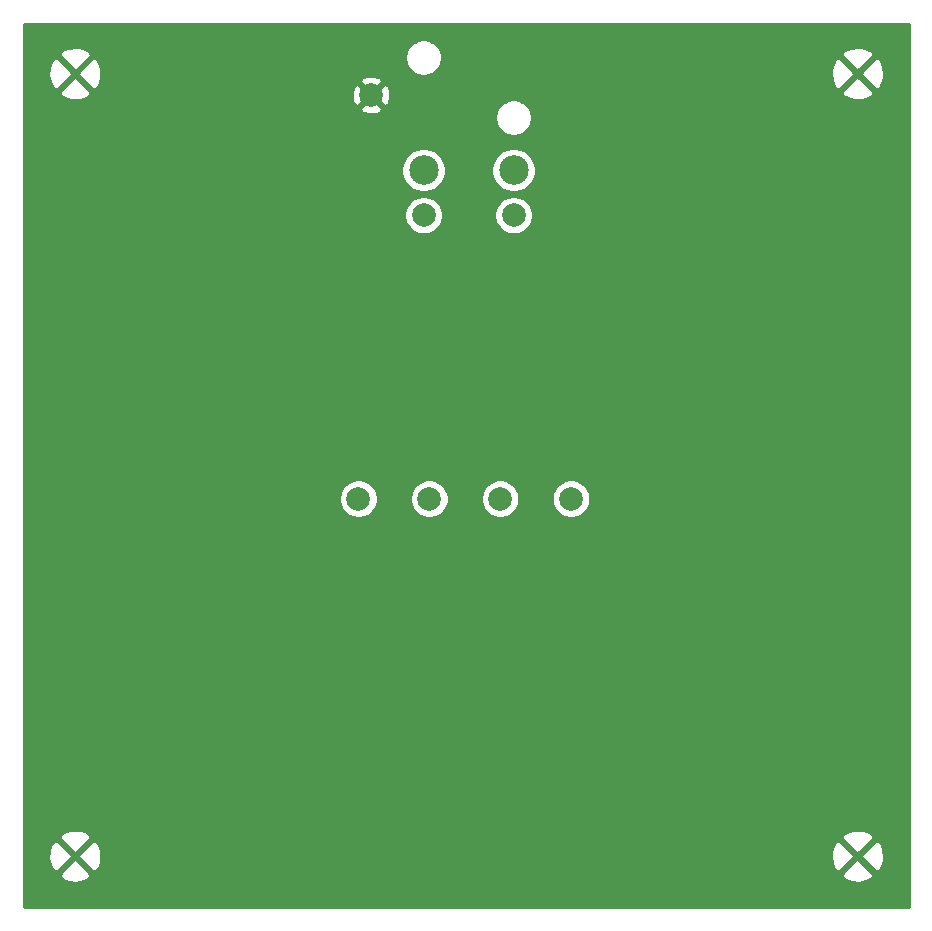
<source format=gbr>
%TF.GenerationSoftware,KiCad,Pcbnew,(5.1.9)-1*%
%TF.CreationDate,2022-02-10T16:59:52-07:00*%
%TF.ProjectId,Stepper_to_XLR4,53746570-7065-4725-9f74-6f5f584c5234,rev?*%
%TF.SameCoordinates,Original*%
%TF.FileFunction,Copper,L2,Bot*%
%TF.FilePolarity,Positive*%
%FSLAX46Y46*%
G04 Gerber Fmt 4.6, Leading zero omitted, Abs format (unit mm)*
G04 Created by KiCad (PCBNEW (5.1.9)-1) date 2022-02-10 16:59:52*
%MOMM*%
%LPD*%
G01*
G04 APERTURE LIST*
%TA.AperFunction,ComponentPad*%
%ADD10C,2.000000*%
%TD*%
%TA.AperFunction,ComponentPad*%
%ADD11C,2.500000*%
%TD*%
%TA.AperFunction,Conductor*%
%ADD12C,0.254000*%
%TD*%
%TA.AperFunction,Conductor*%
%ADD13C,0.100000*%
%TD*%
G04 APERTURE END LIST*
D10*
%TO.P,J1,4*%
%TO.N,Net-(J1-Pad4)*%
X47000000Y-41000000D03*
%TO.P,J1,3*%
%TO.N,Net-(J1-Pad3)*%
X41000000Y-41000000D03*
%TO.P,J1,2*%
%TO.N,Net-(J1-Pad2)*%
X35000000Y-41000000D03*
%TO.P,J1,1*%
%TO.N,Net-(J1-Pad1)*%
X29000000Y-41000000D03*
%TD*%
%TO.P,PS1,5*%
%TO.N,GND*%
X30070000Y-6815000D03*
%TO.P,PS1,4*%
%TO.N,Net-(J1-Pad4)*%
X42130000Y-16985000D03*
D11*
%TO.P,PS1,3*%
%TO.N,Net-(J1-Pad3)*%
X42130000Y-13170000D03*
%TO.P,PS1,2*%
%TO.N,Net-(J1-Pad2)*%
X34510000Y-13170000D03*
D10*
%TO.P,PS1,1*%
%TO.N,Net-(J1-Pad1)*%
X34510000Y-16985000D03*
%TD*%
D12*
%TO.N,GND*%
X75590000Y-75590000D02*
X660000Y-75590000D01*
X660000Y-72812845D01*
X3616761Y-72812845D01*
X3784802Y-73138643D01*
X4176607Y-73339426D01*
X4600055Y-73459914D01*
X5038873Y-73495476D01*
X5476197Y-73444746D01*
X5895221Y-73309674D01*
X6215198Y-73138643D01*
X6383239Y-72812845D01*
X69866761Y-72812845D01*
X70034802Y-73138643D01*
X70426607Y-73339426D01*
X70850055Y-73459914D01*
X71288873Y-73495476D01*
X71726197Y-73444746D01*
X72145221Y-73309674D01*
X72465198Y-73138643D01*
X72633239Y-72812845D01*
X71250000Y-71429605D01*
X69866761Y-72812845D01*
X6383239Y-72812845D01*
X5000000Y-71429605D01*
X3616761Y-72812845D01*
X660000Y-72812845D01*
X660000Y-71288873D01*
X2754524Y-71288873D01*
X2805254Y-71726197D01*
X2940326Y-72145221D01*
X3111357Y-72465198D01*
X3437155Y-72633239D01*
X4820395Y-71250000D01*
X5179605Y-71250000D01*
X6562845Y-72633239D01*
X6888643Y-72465198D01*
X7089426Y-72073393D01*
X7209914Y-71649945D01*
X7239175Y-71288873D01*
X69004524Y-71288873D01*
X69055254Y-71726197D01*
X69190326Y-72145221D01*
X69361357Y-72465198D01*
X69687155Y-72633239D01*
X71070395Y-71250000D01*
X71429605Y-71250000D01*
X72812845Y-72633239D01*
X73138643Y-72465198D01*
X73339426Y-72073393D01*
X73459914Y-71649945D01*
X73495476Y-71211127D01*
X73444746Y-70773803D01*
X73309674Y-70354779D01*
X73138643Y-70034802D01*
X72812845Y-69866761D01*
X71429605Y-71250000D01*
X71070395Y-71250000D01*
X69687155Y-69866761D01*
X69361357Y-70034802D01*
X69160574Y-70426607D01*
X69040086Y-70850055D01*
X69004524Y-71288873D01*
X7239175Y-71288873D01*
X7245476Y-71211127D01*
X7194746Y-70773803D01*
X7059674Y-70354779D01*
X6888643Y-70034802D01*
X6562845Y-69866761D01*
X5179605Y-71250000D01*
X4820395Y-71250000D01*
X3437155Y-69866761D01*
X3111357Y-70034802D01*
X2910574Y-70426607D01*
X2790086Y-70850055D01*
X2754524Y-71288873D01*
X660000Y-71288873D01*
X660000Y-69687155D01*
X3616761Y-69687155D01*
X5000000Y-71070395D01*
X6383239Y-69687155D01*
X69866761Y-69687155D01*
X71250000Y-71070395D01*
X72633239Y-69687155D01*
X72465198Y-69361357D01*
X72073393Y-69160574D01*
X71649945Y-69040086D01*
X71211127Y-69004524D01*
X70773803Y-69055254D01*
X70354779Y-69190326D01*
X70034802Y-69361357D01*
X69866761Y-69687155D01*
X6383239Y-69687155D01*
X6215198Y-69361357D01*
X5823393Y-69160574D01*
X5399945Y-69040086D01*
X4961127Y-69004524D01*
X4523803Y-69055254D01*
X4104779Y-69190326D01*
X3784802Y-69361357D01*
X3616761Y-69687155D01*
X660000Y-69687155D01*
X660000Y-40838967D01*
X27365000Y-40838967D01*
X27365000Y-41161033D01*
X27427832Y-41476912D01*
X27551082Y-41774463D01*
X27730013Y-42042252D01*
X27957748Y-42269987D01*
X28225537Y-42448918D01*
X28523088Y-42572168D01*
X28838967Y-42635000D01*
X29161033Y-42635000D01*
X29476912Y-42572168D01*
X29774463Y-42448918D01*
X30042252Y-42269987D01*
X30269987Y-42042252D01*
X30448918Y-41774463D01*
X30572168Y-41476912D01*
X30635000Y-41161033D01*
X30635000Y-40838967D01*
X33365000Y-40838967D01*
X33365000Y-41161033D01*
X33427832Y-41476912D01*
X33551082Y-41774463D01*
X33730013Y-42042252D01*
X33957748Y-42269987D01*
X34225537Y-42448918D01*
X34523088Y-42572168D01*
X34838967Y-42635000D01*
X35161033Y-42635000D01*
X35476912Y-42572168D01*
X35774463Y-42448918D01*
X36042252Y-42269987D01*
X36269987Y-42042252D01*
X36448918Y-41774463D01*
X36572168Y-41476912D01*
X36635000Y-41161033D01*
X36635000Y-40838967D01*
X39365000Y-40838967D01*
X39365000Y-41161033D01*
X39427832Y-41476912D01*
X39551082Y-41774463D01*
X39730013Y-42042252D01*
X39957748Y-42269987D01*
X40225537Y-42448918D01*
X40523088Y-42572168D01*
X40838967Y-42635000D01*
X41161033Y-42635000D01*
X41476912Y-42572168D01*
X41774463Y-42448918D01*
X42042252Y-42269987D01*
X42269987Y-42042252D01*
X42448918Y-41774463D01*
X42572168Y-41476912D01*
X42635000Y-41161033D01*
X42635000Y-40838967D01*
X45365000Y-40838967D01*
X45365000Y-41161033D01*
X45427832Y-41476912D01*
X45551082Y-41774463D01*
X45730013Y-42042252D01*
X45957748Y-42269987D01*
X46225537Y-42448918D01*
X46523088Y-42572168D01*
X46838967Y-42635000D01*
X47161033Y-42635000D01*
X47476912Y-42572168D01*
X47774463Y-42448918D01*
X48042252Y-42269987D01*
X48269987Y-42042252D01*
X48448918Y-41774463D01*
X48572168Y-41476912D01*
X48635000Y-41161033D01*
X48635000Y-40838967D01*
X48572168Y-40523088D01*
X48448918Y-40225537D01*
X48269987Y-39957748D01*
X48042252Y-39730013D01*
X47774463Y-39551082D01*
X47476912Y-39427832D01*
X47161033Y-39365000D01*
X46838967Y-39365000D01*
X46523088Y-39427832D01*
X46225537Y-39551082D01*
X45957748Y-39730013D01*
X45730013Y-39957748D01*
X45551082Y-40225537D01*
X45427832Y-40523088D01*
X45365000Y-40838967D01*
X42635000Y-40838967D01*
X42572168Y-40523088D01*
X42448918Y-40225537D01*
X42269987Y-39957748D01*
X42042252Y-39730013D01*
X41774463Y-39551082D01*
X41476912Y-39427832D01*
X41161033Y-39365000D01*
X40838967Y-39365000D01*
X40523088Y-39427832D01*
X40225537Y-39551082D01*
X39957748Y-39730013D01*
X39730013Y-39957748D01*
X39551082Y-40225537D01*
X39427832Y-40523088D01*
X39365000Y-40838967D01*
X36635000Y-40838967D01*
X36572168Y-40523088D01*
X36448918Y-40225537D01*
X36269987Y-39957748D01*
X36042252Y-39730013D01*
X35774463Y-39551082D01*
X35476912Y-39427832D01*
X35161033Y-39365000D01*
X34838967Y-39365000D01*
X34523088Y-39427832D01*
X34225537Y-39551082D01*
X33957748Y-39730013D01*
X33730013Y-39957748D01*
X33551082Y-40225537D01*
X33427832Y-40523088D01*
X33365000Y-40838967D01*
X30635000Y-40838967D01*
X30572168Y-40523088D01*
X30448918Y-40225537D01*
X30269987Y-39957748D01*
X30042252Y-39730013D01*
X29774463Y-39551082D01*
X29476912Y-39427832D01*
X29161033Y-39365000D01*
X28838967Y-39365000D01*
X28523088Y-39427832D01*
X28225537Y-39551082D01*
X27957748Y-39730013D01*
X27730013Y-39957748D01*
X27551082Y-40225537D01*
X27427832Y-40523088D01*
X27365000Y-40838967D01*
X660000Y-40838967D01*
X660000Y-16823967D01*
X32875000Y-16823967D01*
X32875000Y-17146033D01*
X32937832Y-17461912D01*
X33061082Y-17759463D01*
X33240013Y-18027252D01*
X33467748Y-18254987D01*
X33735537Y-18433918D01*
X34033088Y-18557168D01*
X34348967Y-18620000D01*
X34671033Y-18620000D01*
X34986912Y-18557168D01*
X35284463Y-18433918D01*
X35552252Y-18254987D01*
X35779987Y-18027252D01*
X35958918Y-17759463D01*
X36082168Y-17461912D01*
X36145000Y-17146033D01*
X36145000Y-16823967D01*
X40495000Y-16823967D01*
X40495000Y-17146033D01*
X40557832Y-17461912D01*
X40681082Y-17759463D01*
X40860013Y-18027252D01*
X41087748Y-18254987D01*
X41355537Y-18433918D01*
X41653088Y-18557168D01*
X41968967Y-18620000D01*
X42291033Y-18620000D01*
X42606912Y-18557168D01*
X42904463Y-18433918D01*
X43172252Y-18254987D01*
X43399987Y-18027252D01*
X43578918Y-17759463D01*
X43702168Y-17461912D01*
X43765000Y-17146033D01*
X43765000Y-16823967D01*
X43702168Y-16508088D01*
X43578918Y-16210537D01*
X43399987Y-15942748D01*
X43172252Y-15715013D01*
X42904463Y-15536082D01*
X42606912Y-15412832D01*
X42291033Y-15350000D01*
X41968967Y-15350000D01*
X41653088Y-15412832D01*
X41355537Y-15536082D01*
X41087748Y-15715013D01*
X40860013Y-15942748D01*
X40681082Y-16210537D01*
X40557832Y-16508088D01*
X40495000Y-16823967D01*
X36145000Y-16823967D01*
X36082168Y-16508088D01*
X35958918Y-16210537D01*
X35779987Y-15942748D01*
X35552252Y-15715013D01*
X35284463Y-15536082D01*
X34986912Y-15412832D01*
X34671033Y-15350000D01*
X34348967Y-15350000D01*
X34033088Y-15412832D01*
X33735537Y-15536082D01*
X33467748Y-15715013D01*
X33240013Y-15942748D01*
X33061082Y-16210537D01*
X32937832Y-16508088D01*
X32875000Y-16823967D01*
X660000Y-16823967D01*
X660000Y-12984344D01*
X32625000Y-12984344D01*
X32625000Y-13355656D01*
X32697439Y-13719834D01*
X32839534Y-14062882D01*
X33045825Y-14371618D01*
X33308382Y-14634175D01*
X33617118Y-14840466D01*
X33960166Y-14982561D01*
X34324344Y-15055000D01*
X34695656Y-15055000D01*
X35059834Y-14982561D01*
X35402882Y-14840466D01*
X35711618Y-14634175D01*
X35974175Y-14371618D01*
X36180466Y-14062882D01*
X36322561Y-13719834D01*
X36395000Y-13355656D01*
X36395000Y-12984344D01*
X40245000Y-12984344D01*
X40245000Y-13355656D01*
X40317439Y-13719834D01*
X40459534Y-14062882D01*
X40665825Y-14371618D01*
X40928382Y-14634175D01*
X41237118Y-14840466D01*
X41580166Y-14982561D01*
X41944344Y-15055000D01*
X42315656Y-15055000D01*
X42679834Y-14982561D01*
X43022882Y-14840466D01*
X43331618Y-14634175D01*
X43594175Y-14371618D01*
X43800466Y-14062882D01*
X43942561Y-13719834D01*
X44015000Y-13355656D01*
X44015000Y-12984344D01*
X43942561Y-12620166D01*
X43800466Y-12277118D01*
X43594175Y-11968382D01*
X43331618Y-11705825D01*
X43022882Y-11499534D01*
X42679834Y-11357439D01*
X42315656Y-11285000D01*
X41944344Y-11285000D01*
X41580166Y-11357439D01*
X41237118Y-11499534D01*
X40928382Y-11705825D01*
X40665825Y-11968382D01*
X40459534Y-12277118D01*
X40317439Y-12620166D01*
X40245000Y-12984344D01*
X36395000Y-12984344D01*
X36322561Y-12620166D01*
X36180466Y-12277118D01*
X35974175Y-11968382D01*
X35711618Y-11705825D01*
X35402882Y-11499534D01*
X35059834Y-11357439D01*
X34695656Y-11285000D01*
X34324344Y-11285000D01*
X33960166Y-11357439D01*
X33617118Y-11499534D01*
X33308382Y-11705825D01*
X33045825Y-11968382D01*
X32839534Y-12277118D01*
X32697439Y-12620166D01*
X32625000Y-12984344D01*
X660000Y-12984344D01*
X660000Y-8573816D01*
X40595000Y-8573816D01*
X40595000Y-8876184D01*
X40653989Y-9172743D01*
X40769701Y-9452095D01*
X40937688Y-9703505D01*
X41151495Y-9917312D01*
X41402905Y-10085299D01*
X41682257Y-10201011D01*
X41978816Y-10260000D01*
X42281184Y-10260000D01*
X42577743Y-10201011D01*
X42857095Y-10085299D01*
X43108505Y-9917312D01*
X43322312Y-9703505D01*
X43490299Y-9452095D01*
X43606011Y-9172743D01*
X43665000Y-8876184D01*
X43665000Y-8573816D01*
X43606011Y-8277257D01*
X43490299Y-7997905D01*
X43322312Y-7746495D01*
X43108505Y-7532688D01*
X42857095Y-7364701D01*
X42577743Y-7248989D01*
X42281184Y-7190000D01*
X41978816Y-7190000D01*
X41682257Y-7248989D01*
X41402905Y-7364701D01*
X41151495Y-7532688D01*
X40937688Y-7746495D01*
X40769701Y-7997905D01*
X40653989Y-8277257D01*
X40595000Y-8573816D01*
X660000Y-8573816D01*
X660000Y-7950413D01*
X29114192Y-7950413D01*
X29209956Y-8214814D01*
X29499571Y-8355704D01*
X29811108Y-8437384D01*
X30132595Y-8456718D01*
X30451675Y-8412961D01*
X30756088Y-8307795D01*
X30930044Y-8214814D01*
X31025808Y-7950413D01*
X30070000Y-6994605D01*
X29114192Y-7950413D01*
X660000Y-7950413D01*
X660000Y-6562845D01*
X3616761Y-6562845D01*
X3784802Y-6888643D01*
X4176607Y-7089426D01*
X4600055Y-7209914D01*
X5038873Y-7245476D01*
X5476197Y-7194746D01*
X5895221Y-7059674D01*
X6215198Y-6888643D01*
X6220896Y-6877595D01*
X28428282Y-6877595D01*
X28472039Y-7196675D01*
X28577205Y-7501088D01*
X28670186Y-7675044D01*
X28934587Y-7770808D01*
X29890395Y-6815000D01*
X30249605Y-6815000D01*
X31205413Y-7770808D01*
X31469814Y-7675044D01*
X31610704Y-7385429D01*
X31692384Y-7073892D01*
X31711718Y-6752405D01*
X31685723Y-6562845D01*
X69866761Y-6562845D01*
X70034802Y-6888643D01*
X70426607Y-7089426D01*
X70850055Y-7209914D01*
X71288873Y-7245476D01*
X71726197Y-7194746D01*
X72145221Y-7059674D01*
X72465198Y-6888643D01*
X72633239Y-6562845D01*
X71250000Y-5179605D01*
X69866761Y-6562845D01*
X31685723Y-6562845D01*
X31667961Y-6433325D01*
X31562795Y-6128912D01*
X31469814Y-5954956D01*
X31205413Y-5859192D01*
X30249605Y-6815000D01*
X29890395Y-6815000D01*
X28934587Y-5859192D01*
X28670186Y-5954956D01*
X28529296Y-6244571D01*
X28447616Y-6556108D01*
X28428282Y-6877595D01*
X6220896Y-6877595D01*
X6383239Y-6562845D01*
X5000000Y-5179605D01*
X3616761Y-6562845D01*
X660000Y-6562845D01*
X660000Y-5038873D01*
X2754524Y-5038873D01*
X2805254Y-5476197D01*
X2940326Y-5895221D01*
X3111357Y-6215198D01*
X3437155Y-6383239D01*
X4820395Y-5000000D01*
X5179605Y-5000000D01*
X6562845Y-6383239D01*
X6888643Y-6215198D01*
X7089426Y-5823393D01*
X7130344Y-5679587D01*
X29114192Y-5679587D01*
X30070000Y-6635395D01*
X31025808Y-5679587D01*
X30930044Y-5415186D01*
X30640429Y-5274296D01*
X30328892Y-5192616D01*
X30007405Y-5173282D01*
X29688325Y-5217039D01*
X29383912Y-5322205D01*
X29209956Y-5415186D01*
X29114192Y-5679587D01*
X7130344Y-5679587D01*
X7209914Y-5399945D01*
X7245476Y-4961127D01*
X7194746Y-4523803D01*
X7059674Y-4104779D01*
X6888643Y-3784802D01*
X6562845Y-3616761D01*
X5179605Y-5000000D01*
X4820395Y-5000000D01*
X3437155Y-3616761D01*
X3111357Y-3784802D01*
X2910574Y-4176607D01*
X2790086Y-4600055D01*
X2754524Y-5038873D01*
X660000Y-5038873D01*
X660000Y-3437155D01*
X3616761Y-3437155D01*
X5000000Y-4820395D01*
X6326578Y-3493816D01*
X32975000Y-3493816D01*
X32975000Y-3796184D01*
X33033989Y-4092743D01*
X33149701Y-4372095D01*
X33317688Y-4623505D01*
X33531495Y-4837312D01*
X33782905Y-5005299D01*
X34062257Y-5121011D01*
X34358816Y-5180000D01*
X34661184Y-5180000D01*
X34957743Y-5121011D01*
X35156040Y-5038873D01*
X69004524Y-5038873D01*
X69055254Y-5476197D01*
X69190326Y-5895221D01*
X69361357Y-6215198D01*
X69687155Y-6383239D01*
X71070395Y-5000000D01*
X71429605Y-5000000D01*
X72812845Y-6383239D01*
X73138643Y-6215198D01*
X73339426Y-5823393D01*
X73459914Y-5399945D01*
X73495476Y-4961127D01*
X73444746Y-4523803D01*
X73309674Y-4104779D01*
X73138643Y-3784802D01*
X72812845Y-3616761D01*
X71429605Y-5000000D01*
X71070395Y-5000000D01*
X69687155Y-3616761D01*
X69361357Y-3784802D01*
X69160574Y-4176607D01*
X69040086Y-4600055D01*
X69004524Y-5038873D01*
X35156040Y-5038873D01*
X35237095Y-5005299D01*
X35488505Y-4837312D01*
X35702312Y-4623505D01*
X35870299Y-4372095D01*
X35986011Y-4092743D01*
X36045000Y-3796184D01*
X36045000Y-3493816D01*
X36033730Y-3437155D01*
X69866761Y-3437155D01*
X71250000Y-4820395D01*
X72633239Y-3437155D01*
X72465198Y-3111357D01*
X72073393Y-2910574D01*
X71649945Y-2790086D01*
X71211127Y-2754524D01*
X70773803Y-2805254D01*
X70354779Y-2940326D01*
X70034802Y-3111357D01*
X69866761Y-3437155D01*
X36033730Y-3437155D01*
X35986011Y-3197257D01*
X35870299Y-2917905D01*
X35702312Y-2666495D01*
X35488505Y-2452688D01*
X35237095Y-2284701D01*
X34957743Y-2168989D01*
X34661184Y-2110000D01*
X34358816Y-2110000D01*
X34062257Y-2168989D01*
X33782905Y-2284701D01*
X33531495Y-2452688D01*
X33317688Y-2666495D01*
X33149701Y-2917905D01*
X33033989Y-3197257D01*
X32975000Y-3493816D01*
X6326578Y-3493816D01*
X6383239Y-3437155D01*
X6215198Y-3111357D01*
X5823393Y-2910574D01*
X5399945Y-2790086D01*
X4961127Y-2754524D01*
X4523803Y-2805254D01*
X4104779Y-2940326D01*
X3784802Y-3111357D01*
X3616761Y-3437155D01*
X660000Y-3437155D01*
X660000Y-760000D01*
X75590001Y-760000D01*
X75590000Y-75590000D01*
%TA.AperFunction,Conductor*%
D13*
G36*
X75590000Y-75590000D02*
G01*
X660000Y-75590000D01*
X660000Y-72812845D01*
X3616761Y-72812845D01*
X3784802Y-73138643D01*
X4176607Y-73339426D01*
X4600055Y-73459914D01*
X5038873Y-73495476D01*
X5476197Y-73444746D01*
X5895221Y-73309674D01*
X6215198Y-73138643D01*
X6383239Y-72812845D01*
X69866761Y-72812845D01*
X70034802Y-73138643D01*
X70426607Y-73339426D01*
X70850055Y-73459914D01*
X71288873Y-73495476D01*
X71726197Y-73444746D01*
X72145221Y-73309674D01*
X72465198Y-73138643D01*
X72633239Y-72812845D01*
X71250000Y-71429605D01*
X69866761Y-72812845D01*
X6383239Y-72812845D01*
X5000000Y-71429605D01*
X3616761Y-72812845D01*
X660000Y-72812845D01*
X660000Y-71288873D01*
X2754524Y-71288873D01*
X2805254Y-71726197D01*
X2940326Y-72145221D01*
X3111357Y-72465198D01*
X3437155Y-72633239D01*
X4820395Y-71250000D01*
X5179605Y-71250000D01*
X6562845Y-72633239D01*
X6888643Y-72465198D01*
X7089426Y-72073393D01*
X7209914Y-71649945D01*
X7239175Y-71288873D01*
X69004524Y-71288873D01*
X69055254Y-71726197D01*
X69190326Y-72145221D01*
X69361357Y-72465198D01*
X69687155Y-72633239D01*
X71070395Y-71250000D01*
X71429605Y-71250000D01*
X72812845Y-72633239D01*
X73138643Y-72465198D01*
X73339426Y-72073393D01*
X73459914Y-71649945D01*
X73495476Y-71211127D01*
X73444746Y-70773803D01*
X73309674Y-70354779D01*
X73138643Y-70034802D01*
X72812845Y-69866761D01*
X71429605Y-71250000D01*
X71070395Y-71250000D01*
X69687155Y-69866761D01*
X69361357Y-70034802D01*
X69160574Y-70426607D01*
X69040086Y-70850055D01*
X69004524Y-71288873D01*
X7239175Y-71288873D01*
X7245476Y-71211127D01*
X7194746Y-70773803D01*
X7059674Y-70354779D01*
X6888643Y-70034802D01*
X6562845Y-69866761D01*
X5179605Y-71250000D01*
X4820395Y-71250000D01*
X3437155Y-69866761D01*
X3111357Y-70034802D01*
X2910574Y-70426607D01*
X2790086Y-70850055D01*
X2754524Y-71288873D01*
X660000Y-71288873D01*
X660000Y-69687155D01*
X3616761Y-69687155D01*
X5000000Y-71070395D01*
X6383239Y-69687155D01*
X69866761Y-69687155D01*
X71250000Y-71070395D01*
X72633239Y-69687155D01*
X72465198Y-69361357D01*
X72073393Y-69160574D01*
X71649945Y-69040086D01*
X71211127Y-69004524D01*
X70773803Y-69055254D01*
X70354779Y-69190326D01*
X70034802Y-69361357D01*
X69866761Y-69687155D01*
X6383239Y-69687155D01*
X6215198Y-69361357D01*
X5823393Y-69160574D01*
X5399945Y-69040086D01*
X4961127Y-69004524D01*
X4523803Y-69055254D01*
X4104779Y-69190326D01*
X3784802Y-69361357D01*
X3616761Y-69687155D01*
X660000Y-69687155D01*
X660000Y-40838967D01*
X27365000Y-40838967D01*
X27365000Y-41161033D01*
X27427832Y-41476912D01*
X27551082Y-41774463D01*
X27730013Y-42042252D01*
X27957748Y-42269987D01*
X28225537Y-42448918D01*
X28523088Y-42572168D01*
X28838967Y-42635000D01*
X29161033Y-42635000D01*
X29476912Y-42572168D01*
X29774463Y-42448918D01*
X30042252Y-42269987D01*
X30269987Y-42042252D01*
X30448918Y-41774463D01*
X30572168Y-41476912D01*
X30635000Y-41161033D01*
X30635000Y-40838967D01*
X33365000Y-40838967D01*
X33365000Y-41161033D01*
X33427832Y-41476912D01*
X33551082Y-41774463D01*
X33730013Y-42042252D01*
X33957748Y-42269987D01*
X34225537Y-42448918D01*
X34523088Y-42572168D01*
X34838967Y-42635000D01*
X35161033Y-42635000D01*
X35476912Y-42572168D01*
X35774463Y-42448918D01*
X36042252Y-42269987D01*
X36269987Y-42042252D01*
X36448918Y-41774463D01*
X36572168Y-41476912D01*
X36635000Y-41161033D01*
X36635000Y-40838967D01*
X39365000Y-40838967D01*
X39365000Y-41161033D01*
X39427832Y-41476912D01*
X39551082Y-41774463D01*
X39730013Y-42042252D01*
X39957748Y-42269987D01*
X40225537Y-42448918D01*
X40523088Y-42572168D01*
X40838967Y-42635000D01*
X41161033Y-42635000D01*
X41476912Y-42572168D01*
X41774463Y-42448918D01*
X42042252Y-42269987D01*
X42269987Y-42042252D01*
X42448918Y-41774463D01*
X42572168Y-41476912D01*
X42635000Y-41161033D01*
X42635000Y-40838967D01*
X45365000Y-40838967D01*
X45365000Y-41161033D01*
X45427832Y-41476912D01*
X45551082Y-41774463D01*
X45730013Y-42042252D01*
X45957748Y-42269987D01*
X46225537Y-42448918D01*
X46523088Y-42572168D01*
X46838967Y-42635000D01*
X47161033Y-42635000D01*
X47476912Y-42572168D01*
X47774463Y-42448918D01*
X48042252Y-42269987D01*
X48269987Y-42042252D01*
X48448918Y-41774463D01*
X48572168Y-41476912D01*
X48635000Y-41161033D01*
X48635000Y-40838967D01*
X48572168Y-40523088D01*
X48448918Y-40225537D01*
X48269987Y-39957748D01*
X48042252Y-39730013D01*
X47774463Y-39551082D01*
X47476912Y-39427832D01*
X47161033Y-39365000D01*
X46838967Y-39365000D01*
X46523088Y-39427832D01*
X46225537Y-39551082D01*
X45957748Y-39730013D01*
X45730013Y-39957748D01*
X45551082Y-40225537D01*
X45427832Y-40523088D01*
X45365000Y-40838967D01*
X42635000Y-40838967D01*
X42572168Y-40523088D01*
X42448918Y-40225537D01*
X42269987Y-39957748D01*
X42042252Y-39730013D01*
X41774463Y-39551082D01*
X41476912Y-39427832D01*
X41161033Y-39365000D01*
X40838967Y-39365000D01*
X40523088Y-39427832D01*
X40225537Y-39551082D01*
X39957748Y-39730013D01*
X39730013Y-39957748D01*
X39551082Y-40225537D01*
X39427832Y-40523088D01*
X39365000Y-40838967D01*
X36635000Y-40838967D01*
X36572168Y-40523088D01*
X36448918Y-40225537D01*
X36269987Y-39957748D01*
X36042252Y-39730013D01*
X35774463Y-39551082D01*
X35476912Y-39427832D01*
X35161033Y-39365000D01*
X34838967Y-39365000D01*
X34523088Y-39427832D01*
X34225537Y-39551082D01*
X33957748Y-39730013D01*
X33730013Y-39957748D01*
X33551082Y-40225537D01*
X33427832Y-40523088D01*
X33365000Y-40838967D01*
X30635000Y-40838967D01*
X30572168Y-40523088D01*
X30448918Y-40225537D01*
X30269987Y-39957748D01*
X30042252Y-39730013D01*
X29774463Y-39551082D01*
X29476912Y-39427832D01*
X29161033Y-39365000D01*
X28838967Y-39365000D01*
X28523088Y-39427832D01*
X28225537Y-39551082D01*
X27957748Y-39730013D01*
X27730013Y-39957748D01*
X27551082Y-40225537D01*
X27427832Y-40523088D01*
X27365000Y-40838967D01*
X660000Y-40838967D01*
X660000Y-16823967D01*
X32875000Y-16823967D01*
X32875000Y-17146033D01*
X32937832Y-17461912D01*
X33061082Y-17759463D01*
X33240013Y-18027252D01*
X33467748Y-18254987D01*
X33735537Y-18433918D01*
X34033088Y-18557168D01*
X34348967Y-18620000D01*
X34671033Y-18620000D01*
X34986912Y-18557168D01*
X35284463Y-18433918D01*
X35552252Y-18254987D01*
X35779987Y-18027252D01*
X35958918Y-17759463D01*
X36082168Y-17461912D01*
X36145000Y-17146033D01*
X36145000Y-16823967D01*
X40495000Y-16823967D01*
X40495000Y-17146033D01*
X40557832Y-17461912D01*
X40681082Y-17759463D01*
X40860013Y-18027252D01*
X41087748Y-18254987D01*
X41355537Y-18433918D01*
X41653088Y-18557168D01*
X41968967Y-18620000D01*
X42291033Y-18620000D01*
X42606912Y-18557168D01*
X42904463Y-18433918D01*
X43172252Y-18254987D01*
X43399987Y-18027252D01*
X43578918Y-17759463D01*
X43702168Y-17461912D01*
X43765000Y-17146033D01*
X43765000Y-16823967D01*
X43702168Y-16508088D01*
X43578918Y-16210537D01*
X43399987Y-15942748D01*
X43172252Y-15715013D01*
X42904463Y-15536082D01*
X42606912Y-15412832D01*
X42291033Y-15350000D01*
X41968967Y-15350000D01*
X41653088Y-15412832D01*
X41355537Y-15536082D01*
X41087748Y-15715013D01*
X40860013Y-15942748D01*
X40681082Y-16210537D01*
X40557832Y-16508088D01*
X40495000Y-16823967D01*
X36145000Y-16823967D01*
X36082168Y-16508088D01*
X35958918Y-16210537D01*
X35779987Y-15942748D01*
X35552252Y-15715013D01*
X35284463Y-15536082D01*
X34986912Y-15412832D01*
X34671033Y-15350000D01*
X34348967Y-15350000D01*
X34033088Y-15412832D01*
X33735537Y-15536082D01*
X33467748Y-15715013D01*
X33240013Y-15942748D01*
X33061082Y-16210537D01*
X32937832Y-16508088D01*
X32875000Y-16823967D01*
X660000Y-16823967D01*
X660000Y-12984344D01*
X32625000Y-12984344D01*
X32625000Y-13355656D01*
X32697439Y-13719834D01*
X32839534Y-14062882D01*
X33045825Y-14371618D01*
X33308382Y-14634175D01*
X33617118Y-14840466D01*
X33960166Y-14982561D01*
X34324344Y-15055000D01*
X34695656Y-15055000D01*
X35059834Y-14982561D01*
X35402882Y-14840466D01*
X35711618Y-14634175D01*
X35974175Y-14371618D01*
X36180466Y-14062882D01*
X36322561Y-13719834D01*
X36395000Y-13355656D01*
X36395000Y-12984344D01*
X40245000Y-12984344D01*
X40245000Y-13355656D01*
X40317439Y-13719834D01*
X40459534Y-14062882D01*
X40665825Y-14371618D01*
X40928382Y-14634175D01*
X41237118Y-14840466D01*
X41580166Y-14982561D01*
X41944344Y-15055000D01*
X42315656Y-15055000D01*
X42679834Y-14982561D01*
X43022882Y-14840466D01*
X43331618Y-14634175D01*
X43594175Y-14371618D01*
X43800466Y-14062882D01*
X43942561Y-13719834D01*
X44015000Y-13355656D01*
X44015000Y-12984344D01*
X43942561Y-12620166D01*
X43800466Y-12277118D01*
X43594175Y-11968382D01*
X43331618Y-11705825D01*
X43022882Y-11499534D01*
X42679834Y-11357439D01*
X42315656Y-11285000D01*
X41944344Y-11285000D01*
X41580166Y-11357439D01*
X41237118Y-11499534D01*
X40928382Y-11705825D01*
X40665825Y-11968382D01*
X40459534Y-12277118D01*
X40317439Y-12620166D01*
X40245000Y-12984344D01*
X36395000Y-12984344D01*
X36322561Y-12620166D01*
X36180466Y-12277118D01*
X35974175Y-11968382D01*
X35711618Y-11705825D01*
X35402882Y-11499534D01*
X35059834Y-11357439D01*
X34695656Y-11285000D01*
X34324344Y-11285000D01*
X33960166Y-11357439D01*
X33617118Y-11499534D01*
X33308382Y-11705825D01*
X33045825Y-11968382D01*
X32839534Y-12277118D01*
X32697439Y-12620166D01*
X32625000Y-12984344D01*
X660000Y-12984344D01*
X660000Y-8573816D01*
X40595000Y-8573816D01*
X40595000Y-8876184D01*
X40653989Y-9172743D01*
X40769701Y-9452095D01*
X40937688Y-9703505D01*
X41151495Y-9917312D01*
X41402905Y-10085299D01*
X41682257Y-10201011D01*
X41978816Y-10260000D01*
X42281184Y-10260000D01*
X42577743Y-10201011D01*
X42857095Y-10085299D01*
X43108505Y-9917312D01*
X43322312Y-9703505D01*
X43490299Y-9452095D01*
X43606011Y-9172743D01*
X43665000Y-8876184D01*
X43665000Y-8573816D01*
X43606011Y-8277257D01*
X43490299Y-7997905D01*
X43322312Y-7746495D01*
X43108505Y-7532688D01*
X42857095Y-7364701D01*
X42577743Y-7248989D01*
X42281184Y-7190000D01*
X41978816Y-7190000D01*
X41682257Y-7248989D01*
X41402905Y-7364701D01*
X41151495Y-7532688D01*
X40937688Y-7746495D01*
X40769701Y-7997905D01*
X40653989Y-8277257D01*
X40595000Y-8573816D01*
X660000Y-8573816D01*
X660000Y-7950413D01*
X29114192Y-7950413D01*
X29209956Y-8214814D01*
X29499571Y-8355704D01*
X29811108Y-8437384D01*
X30132595Y-8456718D01*
X30451675Y-8412961D01*
X30756088Y-8307795D01*
X30930044Y-8214814D01*
X31025808Y-7950413D01*
X30070000Y-6994605D01*
X29114192Y-7950413D01*
X660000Y-7950413D01*
X660000Y-6562845D01*
X3616761Y-6562845D01*
X3784802Y-6888643D01*
X4176607Y-7089426D01*
X4600055Y-7209914D01*
X5038873Y-7245476D01*
X5476197Y-7194746D01*
X5895221Y-7059674D01*
X6215198Y-6888643D01*
X6220896Y-6877595D01*
X28428282Y-6877595D01*
X28472039Y-7196675D01*
X28577205Y-7501088D01*
X28670186Y-7675044D01*
X28934587Y-7770808D01*
X29890395Y-6815000D01*
X30249605Y-6815000D01*
X31205413Y-7770808D01*
X31469814Y-7675044D01*
X31610704Y-7385429D01*
X31692384Y-7073892D01*
X31711718Y-6752405D01*
X31685723Y-6562845D01*
X69866761Y-6562845D01*
X70034802Y-6888643D01*
X70426607Y-7089426D01*
X70850055Y-7209914D01*
X71288873Y-7245476D01*
X71726197Y-7194746D01*
X72145221Y-7059674D01*
X72465198Y-6888643D01*
X72633239Y-6562845D01*
X71250000Y-5179605D01*
X69866761Y-6562845D01*
X31685723Y-6562845D01*
X31667961Y-6433325D01*
X31562795Y-6128912D01*
X31469814Y-5954956D01*
X31205413Y-5859192D01*
X30249605Y-6815000D01*
X29890395Y-6815000D01*
X28934587Y-5859192D01*
X28670186Y-5954956D01*
X28529296Y-6244571D01*
X28447616Y-6556108D01*
X28428282Y-6877595D01*
X6220896Y-6877595D01*
X6383239Y-6562845D01*
X5000000Y-5179605D01*
X3616761Y-6562845D01*
X660000Y-6562845D01*
X660000Y-5038873D01*
X2754524Y-5038873D01*
X2805254Y-5476197D01*
X2940326Y-5895221D01*
X3111357Y-6215198D01*
X3437155Y-6383239D01*
X4820395Y-5000000D01*
X5179605Y-5000000D01*
X6562845Y-6383239D01*
X6888643Y-6215198D01*
X7089426Y-5823393D01*
X7130344Y-5679587D01*
X29114192Y-5679587D01*
X30070000Y-6635395D01*
X31025808Y-5679587D01*
X30930044Y-5415186D01*
X30640429Y-5274296D01*
X30328892Y-5192616D01*
X30007405Y-5173282D01*
X29688325Y-5217039D01*
X29383912Y-5322205D01*
X29209956Y-5415186D01*
X29114192Y-5679587D01*
X7130344Y-5679587D01*
X7209914Y-5399945D01*
X7245476Y-4961127D01*
X7194746Y-4523803D01*
X7059674Y-4104779D01*
X6888643Y-3784802D01*
X6562845Y-3616761D01*
X5179605Y-5000000D01*
X4820395Y-5000000D01*
X3437155Y-3616761D01*
X3111357Y-3784802D01*
X2910574Y-4176607D01*
X2790086Y-4600055D01*
X2754524Y-5038873D01*
X660000Y-5038873D01*
X660000Y-3437155D01*
X3616761Y-3437155D01*
X5000000Y-4820395D01*
X6326578Y-3493816D01*
X32975000Y-3493816D01*
X32975000Y-3796184D01*
X33033989Y-4092743D01*
X33149701Y-4372095D01*
X33317688Y-4623505D01*
X33531495Y-4837312D01*
X33782905Y-5005299D01*
X34062257Y-5121011D01*
X34358816Y-5180000D01*
X34661184Y-5180000D01*
X34957743Y-5121011D01*
X35156040Y-5038873D01*
X69004524Y-5038873D01*
X69055254Y-5476197D01*
X69190326Y-5895221D01*
X69361357Y-6215198D01*
X69687155Y-6383239D01*
X71070395Y-5000000D01*
X71429605Y-5000000D01*
X72812845Y-6383239D01*
X73138643Y-6215198D01*
X73339426Y-5823393D01*
X73459914Y-5399945D01*
X73495476Y-4961127D01*
X73444746Y-4523803D01*
X73309674Y-4104779D01*
X73138643Y-3784802D01*
X72812845Y-3616761D01*
X71429605Y-5000000D01*
X71070395Y-5000000D01*
X69687155Y-3616761D01*
X69361357Y-3784802D01*
X69160574Y-4176607D01*
X69040086Y-4600055D01*
X69004524Y-5038873D01*
X35156040Y-5038873D01*
X35237095Y-5005299D01*
X35488505Y-4837312D01*
X35702312Y-4623505D01*
X35870299Y-4372095D01*
X35986011Y-4092743D01*
X36045000Y-3796184D01*
X36045000Y-3493816D01*
X36033730Y-3437155D01*
X69866761Y-3437155D01*
X71250000Y-4820395D01*
X72633239Y-3437155D01*
X72465198Y-3111357D01*
X72073393Y-2910574D01*
X71649945Y-2790086D01*
X71211127Y-2754524D01*
X70773803Y-2805254D01*
X70354779Y-2940326D01*
X70034802Y-3111357D01*
X69866761Y-3437155D01*
X36033730Y-3437155D01*
X35986011Y-3197257D01*
X35870299Y-2917905D01*
X35702312Y-2666495D01*
X35488505Y-2452688D01*
X35237095Y-2284701D01*
X34957743Y-2168989D01*
X34661184Y-2110000D01*
X34358816Y-2110000D01*
X34062257Y-2168989D01*
X33782905Y-2284701D01*
X33531495Y-2452688D01*
X33317688Y-2666495D01*
X33149701Y-2917905D01*
X33033989Y-3197257D01*
X32975000Y-3493816D01*
X6326578Y-3493816D01*
X6383239Y-3437155D01*
X6215198Y-3111357D01*
X5823393Y-2910574D01*
X5399945Y-2790086D01*
X4961127Y-2754524D01*
X4523803Y-2805254D01*
X4104779Y-2940326D01*
X3784802Y-3111357D01*
X3616761Y-3437155D01*
X660000Y-3437155D01*
X660000Y-760000D01*
X75590001Y-760000D01*
X75590000Y-75590000D01*
G37*
%TD.AperFunction*%
%TD*%
M02*

</source>
